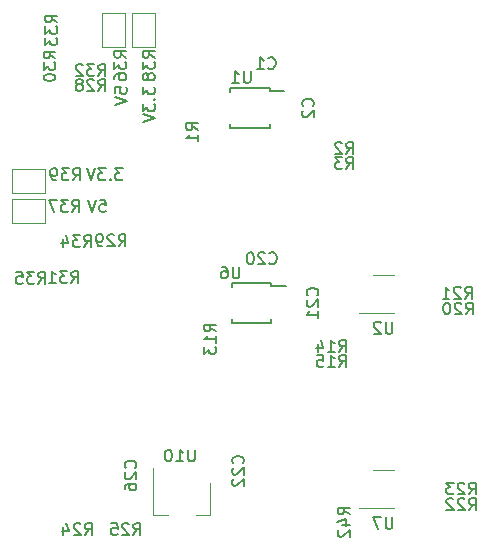
<source format=gbr>
G04 #@! TF.GenerationSoftware,KiCad,Pcbnew,(5.1.5)-3*
G04 #@! TF.CreationDate,2022-05-21T19:39:02+09:00*
G04 #@! TF.ProjectId,RP_MD,52505f4d-442e-46b6-9963-61645f706362,rev?*
G04 #@! TF.SameCoordinates,Original*
G04 #@! TF.FileFunction,Legend,Bot*
G04 #@! TF.FilePolarity,Positive*
%FSLAX46Y46*%
G04 Gerber Fmt 4.6, Leading zero omitted, Abs format (unit mm)*
G04 Created by KiCad (PCBNEW (5.1.5)-3) date 2022-05-21 19:39:02*
%MOMM*%
%LPD*%
G04 APERTURE LIST*
%ADD10C,0.150000*%
%ADD11C,0.120000*%
G04 APERTURE END LIST*
D10*
X120776976Y-70762880D02*
X121253166Y-70762880D01*
X121300785Y-71239071D01*
X121253166Y-71191452D01*
X121157928Y-71143833D01*
X120919833Y-71143833D01*
X120824595Y-71191452D01*
X120776976Y-71239071D01*
X120729357Y-71334309D01*
X120729357Y-71572404D01*
X120776976Y-71667642D01*
X120824595Y-71715261D01*
X120919833Y-71762880D01*
X121157928Y-71762880D01*
X121253166Y-71715261D01*
X121300785Y-71667642D01*
X120443642Y-70762880D02*
X120110309Y-71762880D01*
X119776976Y-70762880D01*
X122697690Y-68095880D02*
X122078642Y-68095880D01*
X122411976Y-68476833D01*
X122269119Y-68476833D01*
X122173880Y-68524452D01*
X122126261Y-68572071D01*
X122078642Y-68667309D01*
X122078642Y-68905404D01*
X122126261Y-69000642D01*
X122173880Y-69048261D01*
X122269119Y-69095880D01*
X122554833Y-69095880D01*
X122650071Y-69048261D01*
X122697690Y-69000642D01*
X121650071Y-69000642D02*
X121602452Y-69048261D01*
X121650071Y-69095880D01*
X121697690Y-69048261D01*
X121650071Y-69000642D01*
X121650071Y-69095880D01*
X121269119Y-68095880D02*
X120650071Y-68095880D01*
X120983404Y-68476833D01*
X120840547Y-68476833D01*
X120745309Y-68524452D01*
X120697690Y-68572071D01*
X120650071Y-68667309D01*
X120650071Y-68905404D01*
X120697690Y-69000642D01*
X120745309Y-69048261D01*
X120840547Y-69095880D01*
X121126261Y-69095880D01*
X121221500Y-69048261D01*
X121269119Y-69000642D01*
X120364357Y-68095880D02*
X120031023Y-69095880D01*
X119697690Y-68095880D01*
X122070880Y-61722023D02*
X122070880Y-61245833D01*
X122547071Y-61198214D01*
X122499452Y-61245833D01*
X122451833Y-61341071D01*
X122451833Y-61579166D01*
X122499452Y-61674404D01*
X122547071Y-61722023D01*
X122642309Y-61769642D01*
X122880404Y-61769642D01*
X122975642Y-61722023D01*
X123023261Y-61674404D01*
X123070880Y-61579166D01*
X123070880Y-61341071D01*
X123023261Y-61245833D01*
X122975642Y-61198214D01*
X122070880Y-62055357D02*
X123070880Y-62388690D01*
X122070880Y-62722023D01*
X124420380Y-61198309D02*
X124420380Y-61817357D01*
X124801333Y-61484023D01*
X124801333Y-61626880D01*
X124848952Y-61722119D01*
X124896571Y-61769738D01*
X124991809Y-61817357D01*
X125229904Y-61817357D01*
X125325142Y-61769738D01*
X125372761Y-61722119D01*
X125420380Y-61626880D01*
X125420380Y-61341166D01*
X125372761Y-61245928D01*
X125325142Y-61198309D01*
X125325142Y-62245928D02*
X125372761Y-62293547D01*
X125420380Y-62245928D01*
X125372761Y-62198309D01*
X125325142Y-62245928D01*
X125420380Y-62245928D01*
X124420380Y-62626880D02*
X124420380Y-63245928D01*
X124801333Y-62912595D01*
X124801333Y-63055452D01*
X124848952Y-63150690D01*
X124896571Y-63198309D01*
X124991809Y-63245928D01*
X125229904Y-63245928D01*
X125325142Y-63198309D01*
X125372761Y-63150690D01*
X125420380Y-63055452D01*
X125420380Y-62769738D01*
X125372761Y-62674500D01*
X125325142Y-62626880D01*
X124420380Y-63531642D02*
X125420380Y-63864976D01*
X124420380Y-64198309D01*
D11*
X125320000Y-97474500D02*
X126520000Y-97474500D01*
X125320000Y-93474500D02*
X125320000Y-97474500D01*
X130120000Y-97474500D02*
X130120000Y-94774500D01*
X128920000Y-97474500D02*
X130120000Y-97474500D01*
X116170000Y-68160000D02*
X113370000Y-68160000D01*
X113370000Y-68160000D02*
X113370000Y-70160000D01*
X113370000Y-70160000D02*
X116170000Y-70160000D01*
X116170000Y-70160000D02*
X116170000Y-68160000D01*
X125460000Y-57780000D02*
X125460000Y-54980000D01*
X125460000Y-54980000D02*
X123460000Y-54980000D01*
X123460000Y-54980000D02*
X123460000Y-57780000D01*
X123460000Y-57780000D02*
X125460000Y-57780000D01*
X116170000Y-70700000D02*
X113370000Y-70700000D01*
X113370000Y-70700000D02*
X113370000Y-72700000D01*
X113370000Y-72700000D02*
X116170000Y-72700000D01*
X116170000Y-72700000D02*
X116170000Y-70700000D01*
X122920000Y-57780000D02*
X122920000Y-54980000D01*
X122920000Y-54980000D02*
X120920000Y-54980000D01*
X120920000Y-54980000D02*
X120920000Y-57780000D01*
X120920000Y-57780000D02*
X122920000Y-57780000D01*
D10*
X135152000Y-61317000D02*
X135152000Y-61542000D01*
X131802000Y-61317000D02*
X131802000Y-61617000D01*
X131802000Y-64667000D02*
X131802000Y-64367000D01*
X135152000Y-64667000D02*
X135152000Y-64367000D01*
X135152000Y-61317000D02*
X131802000Y-61317000D01*
X135152000Y-64667000D02*
X131802000Y-64667000D01*
X135152000Y-61542000D02*
X136377000Y-61542000D01*
X135279000Y-78052000D02*
X136504000Y-78052000D01*
X135279000Y-81177000D02*
X131929000Y-81177000D01*
X135279000Y-77827000D02*
X131929000Y-77827000D01*
X135279000Y-81177000D02*
X135279000Y-80877000D01*
X131929000Y-81177000D02*
X131929000Y-80877000D01*
X131929000Y-77827000D02*
X131929000Y-78127000D01*
X135279000Y-77827000D02*
X135279000Y-78052000D01*
D11*
X145680000Y-80350000D02*
X142730000Y-80350000D01*
X143880000Y-77130000D02*
X145680000Y-77130000D01*
X143880000Y-93640000D02*
X145680000Y-93640000D01*
X145680000Y-96860000D02*
X142730000Y-96860000D01*
D10*
X128809595Y-91908380D02*
X128809595Y-92717904D01*
X128761976Y-92813142D01*
X128714357Y-92860761D01*
X128619119Y-92908380D01*
X128428642Y-92908380D01*
X128333404Y-92860761D01*
X128285785Y-92813142D01*
X128238166Y-92717904D01*
X128238166Y-91908380D01*
X127238166Y-92908380D02*
X127809595Y-92908380D01*
X127523880Y-92908380D02*
X127523880Y-91908380D01*
X127619119Y-92051238D01*
X127714357Y-92146476D01*
X127809595Y-92194095D01*
X126619119Y-91908380D02*
X126523880Y-91908380D01*
X126428642Y-91956000D01*
X126381023Y-92003619D01*
X126333404Y-92098857D01*
X126285785Y-92289333D01*
X126285785Y-92527428D01*
X126333404Y-92717904D01*
X126381023Y-92813142D01*
X126428642Y-92860761D01*
X126523880Y-92908380D01*
X126619119Y-92908380D01*
X126714357Y-92860761D01*
X126761976Y-92813142D01*
X126809595Y-92717904D01*
X126857214Y-92527428D01*
X126857214Y-92289333D01*
X126809595Y-92098857D01*
X126761976Y-92003619D01*
X126714357Y-91956000D01*
X126619119Y-91908380D01*
X123774142Y-93464142D02*
X123821761Y-93416523D01*
X123869380Y-93273666D01*
X123869380Y-93178428D01*
X123821761Y-93035571D01*
X123726523Y-92940333D01*
X123631285Y-92892714D01*
X123440809Y-92845095D01*
X123297952Y-92845095D01*
X123107476Y-92892714D01*
X123012238Y-92940333D01*
X122917000Y-93035571D01*
X122869380Y-93178428D01*
X122869380Y-93273666D01*
X122917000Y-93416523D01*
X122964619Y-93464142D01*
X122964619Y-93845095D02*
X122917000Y-93892714D01*
X122869380Y-93987952D01*
X122869380Y-94226047D01*
X122917000Y-94321285D01*
X122964619Y-94368904D01*
X123059857Y-94416523D01*
X123155095Y-94416523D01*
X123297952Y-94368904D01*
X123869380Y-93797476D01*
X123869380Y-94416523D01*
X122869380Y-95273666D02*
X122869380Y-95083190D01*
X122917000Y-94987952D01*
X122964619Y-94940333D01*
X123107476Y-94845095D01*
X123297952Y-94797476D01*
X123678904Y-94797476D01*
X123774142Y-94845095D01*
X123821761Y-94892714D01*
X123869380Y-94987952D01*
X123869380Y-95178428D01*
X123821761Y-95273666D01*
X123774142Y-95321285D01*
X123678904Y-95368904D01*
X123440809Y-95368904D01*
X123345571Y-95321285D01*
X123297952Y-95273666D01*
X123250333Y-95178428D01*
X123250333Y-94987952D01*
X123297952Y-94892714D01*
X123345571Y-94845095D01*
X123440809Y-94797476D01*
X132881642Y-93083142D02*
X132929261Y-93035523D01*
X132976880Y-92892666D01*
X132976880Y-92797428D01*
X132929261Y-92654571D01*
X132834023Y-92559333D01*
X132738785Y-92511714D01*
X132548309Y-92464095D01*
X132405452Y-92464095D01*
X132214976Y-92511714D01*
X132119738Y-92559333D01*
X132024500Y-92654571D01*
X131976880Y-92797428D01*
X131976880Y-92892666D01*
X132024500Y-93035523D01*
X132072119Y-93083142D01*
X132072119Y-93464095D02*
X132024500Y-93511714D01*
X131976880Y-93606952D01*
X131976880Y-93845047D01*
X132024500Y-93940285D01*
X132072119Y-93987904D01*
X132167357Y-94035523D01*
X132262595Y-94035523D01*
X132405452Y-93987904D01*
X132976880Y-93416476D01*
X132976880Y-94035523D01*
X132072119Y-94416476D02*
X132024500Y-94464095D01*
X131976880Y-94559333D01*
X131976880Y-94797428D01*
X132024500Y-94892666D01*
X132072119Y-94940285D01*
X132167357Y-94987904D01*
X132262595Y-94987904D01*
X132405452Y-94940285D01*
X132976880Y-94368857D01*
X132976880Y-94987904D01*
X141041357Y-84907380D02*
X141374690Y-84431190D01*
X141612785Y-84907380D02*
X141612785Y-83907380D01*
X141231833Y-83907380D01*
X141136595Y-83955000D01*
X141088976Y-84002619D01*
X141041357Y-84097857D01*
X141041357Y-84240714D01*
X141088976Y-84335952D01*
X141136595Y-84383571D01*
X141231833Y-84431190D01*
X141612785Y-84431190D01*
X140088976Y-84907380D02*
X140660404Y-84907380D01*
X140374690Y-84907380D02*
X140374690Y-83907380D01*
X140469928Y-84050238D01*
X140565166Y-84145476D01*
X140660404Y-84193095D01*
X139184214Y-83907380D02*
X139660404Y-83907380D01*
X139708023Y-84383571D01*
X139660404Y-84335952D01*
X139565166Y-84288333D01*
X139327071Y-84288333D01*
X139231833Y-84335952D01*
X139184214Y-84383571D01*
X139136595Y-84478809D01*
X139136595Y-84716904D01*
X139184214Y-84812142D01*
X139231833Y-84859761D01*
X139327071Y-84907380D01*
X139565166Y-84907380D01*
X139660404Y-84859761D01*
X139708023Y-84812142D01*
X118498857Y-69095880D02*
X118832190Y-68619690D01*
X119070285Y-69095880D02*
X119070285Y-68095880D01*
X118689333Y-68095880D01*
X118594095Y-68143500D01*
X118546476Y-68191119D01*
X118498857Y-68286357D01*
X118498857Y-68429214D01*
X118546476Y-68524452D01*
X118594095Y-68572071D01*
X118689333Y-68619690D01*
X119070285Y-68619690D01*
X118165523Y-68095880D02*
X117546476Y-68095880D01*
X117879809Y-68476833D01*
X117736952Y-68476833D01*
X117641714Y-68524452D01*
X117594095Y-68572071D01*
X117546476Y-68667309D01*
X117546476Y-68905404D01*
X117594095Y-69000642D01*
X117641714Y-69048261D01*
X117736952Y-69095880D01*
X118022666Y-69095880D01*
X118117904Y-69048261D01*
X118165523Y-69000642D01*
X117070285Y-69095880D02*
X116879809Y-69095880D01*
X116784571Y-69048261D01*
X116736952Y-69000642D01*
X116641714Y-68857785D01*
X116594095Y-68667309D01*
X116594095Y-68286357D01*
X116641714Y-68191119D01*
X116689333Y-68143500D01*
X116784571Y-68095880D01*
X116975047Y-68095880D01*
X117070285Y-68143500D01*
X117117904Y-68191119D01*
X117165523Y-68286357D01*
X117165523Y-68524452D01*
X117117904Y-68619690D01*
X117070285Y-68667309D01*
X116975047Y-68714928D01*
X116784571Y-68714928D01*
X116689333Y-68667309D01*
X116641714Y-68619690D01*
X116594095Y-68524452D01*
X125420380Y-58729642D02*
X124944190Y-58396309D01*
X125420380Y-58158214D02*
X124420380Y-58158214D01*
X124420380Y-58539166D01*
X124468000Y-58634404D01*
X124515619Y-58682023D01*
X124610857Y-58729642D01*
X124753714Y-58729642D01*
X124848952Y-58682023D01*
X124896571Y-58634404D01*
X124944190Y-58539166D01*
X124944190Y-58158214D01*
X124420380Y-59062976D02*
X124420380Y-59682023D01*
X124801333Y-59348690D01*
X124801333Y-59491547D01*
X124848952Y-59586785D01*
X124896571Y-59634404D01*
X124991809Y-59682023D01*
X125229904Y-59682023D01*
X125325142Y-59634404D01*
X125372761Y-59586785D01*
X125420380Y-59491547D01*
X125420380Y-59205833D01*
X125372761Y-59110595D01*
X125325142Y-59062976D01*
X124848952Y-60253452D02*
X124801333Y-60158214D01*
X124753714Y-60110595D01*
X124658476Y-60062976D01*
X124610857Y-60062976D01*
X124515619Y-60110595D01*
X124468000Y-60158214D01*
X124420380Y-60253452D01*
X124420380Y-60443928D01*
X124468000Y-60539166D01*
X124515619Y-60586785D01*
X124610857Y-60634404D01*
X124658476Y-60634404D01*
X124753714Y-60586785D01*
X124801333Y-60539166D01*
X124848952Y-60443928D01*
X124848952Y-60253452D01*
X124896571Y-60158214D01*
X124944190Y-60110595D01*
X125039428Y-60062976D01*
X125229904Y-60062976D01*
X125325142Y-60110595D01*
X125372761Y-60158214D01*
X125420380Y-60253452D01*
X125420380Y-60443928D01*
X125372761Y-60539166D01*
X125325142Y-60586785D01*
X125229904Y-60634404D01*
X125039428Y-60634404D01*
X124944190Y-60586785D01*
X124896571Y-60539166D01*
X124848952Y-60443928D01*
X118435357Y-71762880D02*
X118768690Y-71286690D01*
X119006785Y-71762880D02*
X119006785Y-70762880D01*
X118625833Y-70762880D01*
X118530595Y-70810500D01*
X118482976Y-70858119D01*
X118435357Y-70953357D01*
X118435357Y-71096214D01*
X118482976Y-71191452D01*
X118530595Y-71239071D01*
X118625833Y-71286690D01*
X119006785Y-71286690D01*
X118102023Y-70762880D02*
X117482976Y-70762880D01*
X117816309Y-71143833D01*
X117673452Y-71143833D01*
X117578214Y-71191452D01*
X117530595Y-71239071D01*
X117482976Y-71334309D01*
X117482976Y-71572404D01*
X117530595Y-71667642D01*
X117578214Y-71715261D01*
X117673452Y-71762880D01*
X117959166Y-71762880D01*
X118054404Y-71715261D01*
X118102023Y-71667642D01*
X117149642Y-70762880D02*
X116482976Y-70762880D01*
X116911547Y-71762880D01*
X123007380Y-58729642D02*
X122531190Y-58396309D01*
X123007380Y-58158214D02*
X122007380Y-58158214D01*
X122007380Y-58539166D01*
X122055000Y-58634404D01*
X122102619Y-58682023D01*
X122197857Y-58729642D01*
X122340714Y-58729642D01*
X122435952Y-58682023D01*
X122483571Y-58634404D01*
X122531190Y-58539166D01*
X122531190Y-58158214D01*
X122007380Y-59062976D02*
X122007380Y-59682023D01*
X122388333Y-59348690D01*
X122388333Y-59491547D01*
X122435952Y-59586785D01*
X122483571Y-59634404D01*
X122578809Y-59682023D01*
X122816904Y-59682023D01*
X122912142Y-59634404D01*
X122959761Y-59586785D01*
X123007380Y-59491547D01*
X123007380Y-59205833D01*
X122959761Y-59110595D01*
X122912142Y-59062976D01*
X122007380Y-60539166D02*
X122007380Y-60348690D01*
X122055000Y-60253452D01*
X122102619Y-60205833D01*
X122245476Y-60110595D01*
X122435952Y-60062976D01*
X122816904Y-60062976D01*
X122912142Y-60110595D01*
X122959761Y-60158214D01*
X123007380Y-60253452D01*
X123007380Y-60443928D01*
X122959761Y-60539166D01*
X122912142Y-60586785D01*
X122816904Y-60634404D01*
X122578809Y-60634404D01*
X122483571Y-60586785D01*
X122435952Y-60539166D01*
X122388333Y-60443928D01*
X122388333Y-60253452D01*
X122435952Y-60158214D01*
X122483571Y-60110595D01*
X122578809Y-60062976D01*
X115577857Y-77858880D02*
X115911190Y-77382690D01*
X116149285Y-77858880D02*
X116149285Y-76858880D01*
X115768333Y-76858880D01*
X115673095Y-76906500D01*
X115625476Y-76954119D01*
X115577857Y-77049357D01*
X115577857Y-77192214D01*
X115625476Y-77287452D01*
X115673095Y-77335071D01*
X115768333Y-77382690D01*
X116149285Y-77382690D01*
X115244523Y-76858880D02*
X114625476Y-76858880D01*
X114958809Y-77239833D01*
X114815952Y-77239833D01*
X114720714Y-77287452D01*
X114673095Y-77335071D01*
X114625476Y-77430309D01*
X114625476Y-77668404D01*
X114673095Y-77763642D01*
X114720714Y-77811261D01*
X114815952Y-77858880D01*
X115101666Y-77858880D01*
X115196904Y-77811261D01*
X115244523Y-77763642D01*
X113720714Y-76858880D02*
X114196904Y-76858880D01*
X114244523Y-77335071D01*
X114196904Y-77287452D01*
X114101666Y-77239833D01*
X113863571Y-77239833D01*
X113768333Y-77287452D01*
X113720714Y-77335071D01*
X113673095Y-77430309D01*
X113673095Y-77668404D01*
X113720714Y-77763642D01*
X113768333Y-77811261D01*
X113863571Y-77858880D01*
X114101666Y-77858880D01*
X114196904Y-77811261D01*
X114244523Y-77763642D01*
X119451357Y-74747380D02*
X119784690Y-74271190D01*
X120022785Y-74747380D02*
X120022785Y-73747380D01*
X119641833Y-73747380D01*
X119546595Y-73795000D01*
X119498976Y-73842619D01*
X119451357Y-73937857D01*
X119451357Y-74080714D01*
X119498976Y-74175952D01*
X119546595Y-74223571D01*
X119641833Y-74271190D01*
X120022785Y-74271190D01*
X119118023Y-73747380D02*
X118498976Y-73747380D01*
X118832309Y-74128333D01*
X118689452Y-74128333D01*
X118594214Y-74175952D01*
X118546595Y-74223571D01*
X118498976Y-74318809D01*
X118498976Y-74556904D01*
X118546595Y-74652142D01*
X118594214Y-74699761D01*
X118689452Y-74747380D01*
X118975166Y-74747380D01*
X119070404Y-74699761D01*
X119118023Y-74652142D01*
X117641833Y-74080714D02*
X117641833Y-74747380D01*
X117879928Y-73699761D02*
X118118023Y-74414047D01*
X117498976Y-74414047D01*
X117165380Y-55745142D02*
X116689190Y-55411809D01*
X117165380Y-55173714D02*
X116165380Y-55173714D01*
X116165380Y-55554666D01*
X116213000Y-55649904D01*
X116260619Y-55697523D01*
X116355857Y-55745142D01*
X116498714Y-55745142D01*
X116593952Y-55697523D01*
X116641571Y-55649904D01*
X116689190Y-55554666D01*
X116689190Y-55173714D01*
X116165380Y-56078476D02*
X116165380Y-56697523D01*
X116546333Y-56364190D01*
X116546333Y-56507047D01*
X116593952Y-56602285D01*
X116641571Y-56649904D01*
X116736809Y-56697523D01*
X116974904Y-56697523D01*
X117070142Y-56649904D01*
X117117761Y-56602285D01*
X117165380Y-56507047D01*
X117165380Y-56221333D01*
X117117761Y-56126095D01*
X117070142Y-56078476D01*
X116165380Y-57030857D02*
X116165380Y-57649904D01*
X116546333Y-57316571D01*
X116546333Y-57459428D01*
X116593952Y-57554666D01*
X116641571Y-57602285D01*
X116736809Y-57649904D01*
X116974904Y-57649904D01*
X117070142Y-57602285D01*
X117117761Y-57554666D01*
X117165380Y-57459428D01*
X117165380Y-57173714D01*
X117117761Y-57078476D01*
X117070142Y-57030857D01*
X120657857Y-60269380D02*
X120991190Y-59793190D01*
X121229285Y-60269380D02*
X121229285Y-59269380D01*
X120848333Y-59269380D01*
X120753095Y-59317000D01*
X120705476Y-59364619D01*
X120657857Y-59459857D01*
X120657857Y-59602714D01*
X120705476Y-59697952D01*
X120753095Y-59745571D01*
X120848333Y-59793190D01*
X121229285Y-59793190D01*
X120324523Y-59269380D02*
X119705476Y-59269380D01*
X120038809Y-59650333D01*
X119895952Y-59650333D01*
X119800714Y-59697952D01*
X119753095Y-59745571D01*
X119705476Y-59840809D01*
X119705476Y-60078904D01*
X119753095Y-60174142D01*
X119800714Y-60221761D01*
X119895952Y-60269380D01*
X120181666Y-60269380D01*
X120276904Y-60221761D01*
X120324523Y-60174142D01*
X119324523Y-59364619D02*
X119276904Y-59317000D01*
X119181666Y-59269380D01*
X118943571Y-59269380D01*
X118848333Y-59317000D01*
X118800714Y-59364619D01*
X118753095Y-59459857D01*
X118753095Y-59555095D01*
X118800714Y-59697952D01*
X119372142Y-60269380D01*
X118753095Y-60269380D01*
X118371857Y-77795380D02*
X118705190Y-77319190D01*
X118943285Y-77795380D02*
X118943285Y-76795380D01*
X118562333Y-76795380D01*
X118467095Y-76843000D01*
X118419476Y-76890619D01*
X118371857Y-76985857D01*
X118371857Y-77128714D01*
X118419476Y-77223952D01*
X118467095Y-77271571D01*
X118562333Y-77319190D01*
X118943285Y-77319190D01*
X118038523Y-76795380D02*
X117419476Y-76795380D01*
X117752809Y-77176333D01*
X117609952Y-77176333D01*
X117514714Y-77223952D01*
X117467095Y-77271571D01*
X117419476Y-77366809D01*
X117419476Y-77604904D01*
X117467095Y-77700142D01*
X117514714Y-77747761D01*
X117609952Y-77795380D01*
X117895666Y-77795380D01*
X117990904Y-77747761D01*
X118038523Y-77700142D01*
X116467095Y-77795380D02*
X117038523Y-77795380D01*
X116752809Y-77795380D02*
X116752809Y-76795380D01*
X116848047Y-76938238D01*
X116943285Y-77033476D01*
X117038523Y-77081095D01*
X117011380Y-58793142D02*
X116535190Y-58459809D01*
X117011380Y-58221714D02*
X116011380Y-58221714D01*
X116011380Y-58602666D01*
X116059000Y-58697904D01*
X116106619Y-58745523D01*
X116201857Y-58793142D01*
X116344714Y-58793142D01*
X116439952Y-58745523D01*
X116487571Y-58697904D01*
X116535190Y-58602666D01*
X116535190Y-58221714D01*
X116011380Y-59126476D02*
X116011380Y-59745523D01*
X116392333Y-59412190D01*
X116392333Y-59555047D01*
X116439952Y-59650285D01*
X116487571Y-59697904D01*
X116582809Y-59745523D01*
X116820904Y-59745523D01*
X116916142Y-59697904D01*
X116963761Y-59650285D01*
X117011380Y-59555047D01*
X117011380Y-59269333D01*
X116963761Y-59174095D01*
X116916142Y-59126476D01*
X116011380Y-60364571D02*
X116011380Y-60459809D01*
X116059000Y-60555047D01*
X116106619Y-60602666D01*
X116201857Y-60650285D01*
X116392333Y-60697904D01*
X116630428Y-60697904D01*
X116820904Y-60650285D01*
X116916142Y-60602666D01*
X116963761Y-60555047D01*
X117011380Y-60459809D01*
X117011380Y-60364571D01*
X116963761Y-60269333D01*
X116916142Y-60221714D01*
X116820904Y-60174095D01*
X116630428Y-60126476D01*
X116392333Y-60126476D01*
X116201857Y-60174095D01*
X116106619Y-60221714D01*
X116059000Y-60269333D01*
X116011380Y-60364571D01*
X122372357Y-74683880D02*
X122705690Y-74207690D01*
X122943785Y-74683880D02*
X122943785Y-73683880D01*
X122562833Y-73683880D01*
X122467595Y-73731500D01*
X122419976Y-73779119D01*
X122372357Y-73874357D01*
X122372357Y-74017214D01*
X122419976Y-74112452D01*
X122467595Y-74160071D01*
X122562833Y-74207690D01*
X122943785Y-74207690D01*
X121991404Y-73779119D02*
X121943785Y-73731500D01*
X121848547Y-73683880D01*
X121610452Y-73683880D01*
X121515214Y-73731500D01*
X121467595Y-73779119D01*
X121419976Y-73874357D01*
X121419976Y-73969595D01*
X121467595Y-74112452D01*
X122039023Y-74683880D01*
X121419976Y-74683880D01*
X120943785Y-74683880D02*
X120753309Y-74683880D01*
X120658071Y-74636261D01*
X120610452Y-74588642D01*
X120515214Y-74445785D01*
X120467595Y-74255309D01*
X120467595Y-73874357D01*
X120515214Y-73779119D01*
X120562833Y-73731500D01*
X120658071Y-73683880D01*
X120848547Y-73683880D01*
X120943785Y-73731500D01*
X120991404Y-73779119D01*
X121039023Y-73874357D01*
X121039023Y-74112452D01*
X120991404Y-74207690D01*
X120943785Y-74255309D01*
X120848547Y-74302928D01*
X120658071Y-74302928D01*
X120562833Y-74255309D01*
X120515214Y-74207690D01*
X120467595Y-74112452D01*
X120657857Y-61539380D02*
X120991190Y-61063190D01*
X121229285Y-61539380D02*
X121229285Y-60539380D01*
X120848333Y-60539380D01*
X120753095Y-60587000D01*
X120705476Y-60634619D01*
X120657857Y-60729857D01*
X120657857Y-60872714D01*
X120705476Y-60967952D01*
X120753095Y-61015571D01*
X120848333Y-61063190D01*
X121229285Y-61063190D01*
X120276904Y-60634619D02*
X120229285Y-60587000D01*
X120134047Y-60539380D01*
X119895952Y-60539380D01*
X119800714Y-60587000D01*
X119753095Y-60634619D01*
X119705476Y-60729857D01*
X119705476Y-60825095D01*
X119753095Y-60967952D01*
X120324523Y-61539380D01*
X119705476Y-61539380D01*
X119134047Y-60967952D02*
X119229285Y-60920333D01*
X119276904Y-60872714D01*
X119324523Y-60777476D01*
X119324523Y-60729857D01*
X119276904Y-60634619D01*
X119229285Y-60587000D01*
X119134047Y-60539380D01*
X118943571Y-60539380D01*
X118848333Y-60587000D01*
X118800714Y-60634619D01*
X118753095Y-60729857D01*
X118753095Y-60777476D01*
X118800714Y-60872714D01*
X118848333Y-60920333D01*
X118943571Y-60967952D01*
X119134047Y-60967952D01*
X119229285Y-61015571D01*
X119276904Y-61063190D01*
X119324523Y-61158428D01*
X119324523Y-61348904D01*
X119276904Y-61444142D01*
X119229285Y-61491761D01*
X119134047Y-61539380D01*
X118943571Y-61539380D01*
X118848333Y-61491761D01*
X118800714Y-61444142D01*
X118753095Y-61348904D01*
X118753095Y-61158428D01*
X118800714Y-61063190D01*
X118848333Y-61015571D01*
X118943571Y-60967952D01*
X123617857Y-99142380D02*
X123951190Y-98666190D01*
X124189285Y-99142380D02*
X124189285Y-98142380D01*
X123808333Y-98142380D01*
X123713095Y-98190000D01*
X123665476Y-98237619D01*
X123617857Y-98332857D01*
X123617857Y-98475714D01*
X123665476Y-98570952D01*
X123713095Y-98618571D01*
X123808333Y-98666190D01*
X124189285Y-98666190D01*
X123236904Y-98237619D02*
X123189285Y-98190000D01*
X123094047Y-98142380D01*
X122855952Y-98142380D01*
X122760714Y-98190000D01*
X122713095Y-98237619D01*
X122665476Y-98332857D01*
X122665476Y-98428095D01*
X122713095Y-98570952D01*
X123284523Y-99142380D01*
X122665476Y-99142380D01*
X121760714Y-98142380D02*
X122236904Y-98142380D01*
X122284523Y-98618571D01*
X122236904Y-98570952D01*
X122141666Y-98523333D01*
X121903571Y-98523333D01*
X121808333Y-98570952D01*
X121760714Y-98618571D01*
X121713095Y-98713809D01*
X121713095Y-98951904D01*
X121760714Y-99047142D01*
X121808333Y-99094761D01*
X121903571Y-99142380D01*
X122141666Y-99142380D01*
X122236904Y-99094761D01*
X122284523Y-99047142D01*
X119507857Y-99142380D02*
X119841190Y-98666190D01*
X120079285Y-99142380D02*
X120079285Y-98142380D01*
X119698333Y-98142380D01*
X119603095Y-98190000D01*
X119555476Y-98237619D01*
X119507857Y-98332857D01*
X119507857Y-98475714D01*
X119555476Y-98570952D01*
X119603095Y-98618571D01*
X119698333Y-98666190D01*
X120079285Y-98666190D01*
X119126904Y-98237619D02*
X119079285Y-98190000D01*
X118984047Y-98142380D01*
X118745952Y-98142380D01*
X118650714Y-98190000D01*
X118603095Y-98237619D01*
X118555476Y-98332857D01*
X118555476Y-98428095D01*
X118603095Y-98570952D01*
X119174523Y-99142380D01*
X118555476Y-99142380D01*
X117698333Y-98475714D02*
X117698333Y-99142380D01*
X117936428Y-98094761D02*
X118174523Y-98809047D01*
X117555476Y-98809047D01*
X135040666Y-59602642D02*
X135088285Y-59650261D01*
X135231142Y-59697880D01*
X135326380Y-59697880D01*
X135469238Y-59650261D01*
X135564476Y-59555023D01*
X135612095Y-59459785D01*
X135659714Y-59269309D01*
X135659714Y-59126452D01*
X135612095Y-58935976D01*
X135564476Y-58840738D01*
X135469238Y-58745500D01*
X135326380Y-58697880D01*
X135231142Y-58697880D01*
X135088285Y-58745500D01*
X135040666Y-58793119D01*
X134088285Y-59697880D02*
X134659714Y-59697880D01*
X134374000Y-59697880D02*
X134374000Y-58697880D01*
X134469238Y-58840738D01*
X134564476Y-58935976D01*
X134659714Y-58983595D01*
X138814142Y-62825333D02*
X138861761Y-62777714D01*
X138909380Y-62634857D01*
X138909380Y-62539619D01*
X138861761Y-62396761D01*
X138766523Y-62301523D01*
X138671285Y-62253904D01*
X138480809Y-62206285D01*
X138337952Y-62206285D01*
X138147476Y-62253904D01*
X138052238Y-62301523D01*
X137957000Y-62396761D01*
X137909380Y-62539619D01*
X137909380Y-62634857D01*
X137957000Y-62777714D01*
X138004619Y-62825333D01*
X138004619Y-63206285D02*
X137957000Y-63253904D01*
X137909380Y-63349142D01*
X137909380Y-63587238D01*
X137957000Y-63682476D01*
X138004619Y-63730095D01*
X138099857Y-63777714D01*
X138195095Y-63777714D01*
X138337952Y-63730095D01*
X138909380Y-63158666D01*
X138909380Y-63777714D01*
X135135857Y-76112642D02*
X135183476Y-76160261D01*
X135326333Y-76207880D01*
X135421571Y-76207880D01*
X135564428Y-76160261D01*
X135659666Y-76065023D01*
X135707285Y-75969785D01*
X135754904Y-75779309D01*
X135754904Y-75636452D01*
X135707285Y-75445976D01*
X135659666Y-75350738D01*
X135564428Y-75255500D01*
X135421571Y-75207880D01*
X135326333Y-75207880D01*
X135183476Y-75255500D01*
X135135857Y-75303119D01*
X134754904Y-75303119D02*
X134707285Y-75255500D01*
X134612047Y-75207880D01*
X134373952Y-75207880D01*
X134278714Y-75255500D01*
X134231095Y-75303119D01*
X134183476Y-75398357D01*
X134183476Y-75493595D01*
X134231095Y-75636452D01*
X134802523Y-76207880D01*
X134183476Y-76207880D01*
X133564428Y-75207880D02*
X133469190Y-75207880D01*
X133373952Y-75255500D01*
X133326333Y-75303119D01*
X133278714Y-75398357D01*
X133231095Y-75588833D01*
X133231095Y-75826928D01*
X133278714Y-76017404D01*
X133326333Y-76112642D01*
X133373952Y-76160261D01*
X133469190Y-76207880D01*
X133564428Y-76207880D01*
X133659666Y-76160261D01*
X133707285Y-76112642D01*
X133754904Y-76017404D01*
X133802523Y-75826928D01*
X133802523Y-75588833D01*
X133754904Y-75398357D01*
X133707285Y-75303119D01*
X133659666Y-75255500D01*
X133564428Y-75207880D01*
X139195142Y-78859142D02*
X139242761Y-78811523D01*
X139290380Y-78668666D01*
X139290380Y-78573428D01*
X139242761Y-78430571D01*
X139147523Y-78335333D01*
X139052285Y-78287714D01*
X138861809Y-78240095D01*
X138718952Y-78240095D01*
X138528476Y-78287714D01*
X138433238Y-78335333D01*
X138338000Y-78430571D01*
X138290380Y-78573428D01*
X138290380Y-78668666D01*
X138338000Y-78811523D01*
X138385619Y-78859142D01*
X138385619Y-79240095D02*
X138338000Y-79287714D01*
X138290380Y-79382952D01*
X138290380Y-79621047D01*
X138338000Y-79716285D01*
X138385619Y-79763904D01*
X138480857Y-79811523D01*
X138576095Y-79811523D01*
X138718952Y-79763904D01*
X139290380Y-79192476D01*
X139290380Y-79811523D01*
X139290380Y-80763904D02*
X139290380Y-80192476D01*
X139290380Y-80478190D02*
X138290380Y-80478190D01*
X138433238Y-80382952D01*
X138528476Y-80287714D01*
X138576095Y-80192476D01*
X129076380Y-64857333D02*
X128600190Y-64524000D01*
X129076380Y-64285904D02*
X128076380Y-64285904D01*
X128076380Y-64666857D01*
X128124000Y-64762095D01*
X128171619Y-64809714D01*
X128266857Y-64857333D01*
X128409714Y-64857333D01*
X128504952Y-64809714D01*
X128552571Y-64762095D01*
X128600190Y-64666857D01*
X128600190Y-64285904D01*
X129076380Y-65809714D02*
X129076380Y-65238285D01*
X129076380Y-65524000D02*
X128076380Y-65524000D01*
X128219238Y-65428761D01*
X128314476Y-65333523D01*
X128362095Y-65238285D01*
X141644666Y-66873380D02*
X141978000Y-66397190D01*
X142216095Y-66873380D02*
X142216095Y-65873380D01*
X141835142Y-65873380D01*
X141739904Y-65921000D01*
X141692285Y-65968619D01*
X141644666Y-66063857D01*
X141644666Y-66206714D01*
X141692285Y-66301952D01*
X141739904Y-66349571D01*
X141835142Y-66397190D01*
X142216095Y-66397190D01*
X141263714Y-65968619D02*
X141216095Y-65921000D01*
X141120857Y-65873380D01*
X140882761Y-65873380D01*
X140787523Y-65921000D01*
X140739904Y-65968619D01*
X140692285Y-66063857D01*
X140692285Y-66159095D01*
X140739904Y-66301952D01*
X141311333Y-66873380D01*
X140692285Y-66873380D01*
X141644666Y-68143380D02*
X141978000Y-67667190D01*
X142216095Y-68143380D02*
X142216095Y-67143380D01*
X141835142Y-67143380D01*
X141739904Y-67191000D01*
X141692285Y-67238619D01*
X141644666Y-67333857D01*
X141644666Y-67476714D01*
X141692285Y-67571952D01*
X141739904Y-67619571D01*
X141835142Y-67667190D01*
X142216095Y-67667190D01*
X141311333Y-67143380D02*
X140692285Y-67143380D01*
X141025619Y-67524333D01*
X140882761Y-67524333D01*
X140787523Y-67571952D01*
X140739904Y-67619571D01*
X140692285Y-67714809D01*
X140692285Y-67952904D01*
X140739904Y-68048142D01*
X140787523Y-68095761D01*
X140882761Y-68143380D01*
X141168476Y-68143380D01*
X141263714Y-68095761D01*
X141311333Y-68048142D01*
X130600380Y-81907142D02*
X130124190Y-81573809D01*
X130600380Y-81335714D02*
X129600380Y-81335714D01*
X129600380Y-81716666D01*
X129648000Y-81811904D01*
X129695619Y-81859523D01*
X129790857Y-81907142D01*
X129933714Y-81907142D01*
X130028952Y-81859523D01*
X130076571Y-81811904D01*
X130124190Y-81716666D01*
X130124190Y-81335714D01*
X130600380Y-82859523D02*
X130600380Y-82288095D01*
X130600380Y-82573809D02*
X129600380Y-82573809D01*
X129743238Y-82478571D01*
X129838476Y-82383333D01*
X129886095Y-82288095D01*
X129600380Y-83192857D02*
X129600380Y-83811904D01*
X129981333Y-83478571D01*
X129981333Y-83621428D01*
X130028952Y-83716666D01*
X130076571Y-83764285D01*
X130171809Y-83811904D01*
X130409904Y-83811904D01*
X130505142Y-83764285D01*
X130552761Y-83716666D01*
X130600380Y-83621428D01*
X130600380Y-83335714D01*
X130552761Y-83240476D01*
X130505142Y-83192857D01*
X141041357Y-83637380D02*
X141374690Y-83161190D01*
X141612785Y-83637380D02*
X141612785Y-82637380D01*
X141231833Y-82637380D01*
X141136595Y-82685000D01*
X141088976Y-82732619D01*
X141041357Y-82827857D01*
X141041357Y-82970714D01*
X141088976Y-83065952D01*
X141136595Y-83113571D01*
X141231833Y-83161190D01*
X141612785Y-83161190D01*
X140088976Y-83637380D02*
X140660404Y-83637380D01*
X140374690Y-83637380D02*
X140374690Y-82637380D01*
X140469928Y-82780238D01*
X140565166Y-82875476D01*
X140660404Y-82923095D01*
X139231833Y-82970714D02*
X139231833Y-83637380D01*
X139469928Y-82589761D02*
X139708023Y-83304047D01*
X139088976Y-83304047D01*
X133540404Y-59844380D02*
X133540404Y-60653904D01*
X133492785Y-60749142D01*
X133445166Y-60796761D01*
X133349928Y-60844380D01*
X133159452Y-60844380D01*
X133064214Y-60796761D01*
X133016595Y-60749142D01*
X132968976Y-60653904D01*
X132968976Y-59844380D01*
X131968976Y-60844380D02*
X132540404Y-60844380D01*
X132254690Y-60844380D02*
X132254690Y-59844380D01*
X132349928Y-59987238D01*
X132445166Y-60082476D01*
X132540404Y-60130095D01*
X132587904Y-76414380D02*
X132587904Y-77223904D01*
X132540285Y-77319142D01*
X132492666Y-77366761D01*
X132397428Y-77414380D01*
X132206952Y-77414380D01*
X132111714Y-77366761D01*
X132064095Y-77319142D01*
X132016476Y-77223904D01*
X132016476Y-76414380D01*
X131111714Y-76414380D02*
X131302190Y-76414380D01*
X131397428Y-76462000D01*
X131445047Y-76509619D01*
X131540285Y-76652476D01*
X131587904Y-76842952D01*
X131587904Y-77223904D01*
X131540285Y-77319142D01*
X131492666Y-77366761D01*
X131397428Y-77414380D01*
X131206952Y-77414380D01*
X131111714Y-77366761D01*
X131064095Y-77319142D01*
X131016476Y-77223904D01*
X131016476Y-76985809D01*
X131064095Y-76890571D01*
X131111714Y-76842952D01*
X131206952Y-76795333D01*
X131397428Y-76795333D01*
X131492666Y-76842952D01*
X131540285Y-76890571D01*
X131587904Y-76985809D01*
X151772857Y-80462380D02*
X152106190Y-79986190D01*
X152344285Y-80462380D02*
X152344285Y-79462380D01*
X151963333Y-79462380D01*
X151868095Y-79510000D01*
X151820476Y-79557619D01*
X151772857Y-79652857D01*
X151772857Y-79795714D01*
X151820476Y-79890952D01*
X151868095Y-79938571D01*
X151963333Y-79986190D01*
X152344285Y-79986190D01*
X151391904Y-79557619D02*
X151344285Y-79510000D01*
X151249047Y-79462380D01*
X151010952Y-79462380D01*
X150915714Y-79510000D01*
X150868095Y-79557619D01*
X150820476Y-79652857D01*
X150820476Y-79748095D01*
X150868095Y-79890952D01*
X151439523Y-80462380D01*
X150820476Y-80462380D01*
X150201428Y-79462380D02*
X150106190Y-79462380D01*
X150010952Y-79510000D01*
X149963333Y-79557619D01*
X149915714Y-79652857D01*
X149868095Y-79843333D01*
X149868095Y-80081428D01*
X149915714Y-80271904D01*
X149963333Y-80367142D01*
X150010952Y-80414761D01*
X150106190Y-80462380D01*
X150201428Y-80462380D01*
X150296666Y-80414761D01*
X150344285Y-80367142D01*
X150391904Y-80271904D01*
X150439523Y-80081428D01*
X150439523Y-79843333D01*
X150391904Y-79652857D01*
X150344285Y-79557619D01*
X150296666Y-79510000D01*
X150201428Y-79462380D01*
X151709357Y-79128880D02*
X152042690Y-78652690D01*
X152280785Y-79128880D02*
X152280785Y-78128880D01*
X151899833Y-78128880D01*
X151804595Y-78176500D01*
X151756976Y-78224119D01*
X151709357Y-78319357D01*
X151709357Y-78462214D01*
X151756976Y-78557452D01*
X151804595Y-78605071D01*
X151899833Y-78652690D01*
X152280785Y-78652690D01*
X151328404Y-78224119D02*
X151280785Y-78176500D01*
X151185547Y-78128880D01*
X150947452Y-78128880D01*
X150852214Y-78176500D01*
X150804595Y-78224119D01*
X150756976Y-78319357D01*
X150756976Y-78414595D01*
X150804595Y-78557452D01*
X151376023Y-79128880D01*
X150756976Y-79128880D01*
X149804595Y-79128880D02*
X150376023Y-79128880D01*
X150090309Y-79128880D02*
X150090309Y-78128880D01*
X150185547Y-78271738D01*
X150280785Y-78366976D01*
X150376023Y-78414595D01*
X152026857Y-97035880D02*
X152360190Y-96559690D01*
X152598285Y-97035880D02*
X152598285Y-96035880D01*
X152217333Y-96035880D01*
X152122095Y-96083500D01*
X152074476Y-96131119D01*
X152026857Y-96226357D01*
X152026857Y-96369214D01*
X152074476Y-96464452D01*
X152122095Y-96512071D01*
X152217333Y-96559690D01*
X152598285Y-96559690D01*
X151645904Y-96131119D02*
X151598285Y-96083500D01*
X151503047Y-96035880D01*
X151264952Y-96035880D01*
X151169714Y-96083500D01*
X151122095Y-96131119D01*
X151074476Y-96226357D01*
X151074476Y-96321595D01*
X151122095Y-96464452D01*
X151693523Y-97035880D01*
X151074476Y-97035880D01*
X150693523Y-96131119D02*
X150645904Y-96083500D01*
X150550666Y-96035880D01*
X150312571Y-96035880D01*
X150217333Y-96083500D01*
X150169714Y-96131119D01*
X150122095Y-96226357D01*
X150122095Y-96321595D01*
X150169714Y-96464452D01*
X150741142Y-97035880D01*
X150122095Y-97035880D01*
X152026857Y-95702380D02*
X152360190Y-95226190D01*
X152598285Y-95702380D02*
X152598285Y-94702380D01*
X152217333Y-94702380D01*
X152122095Y-94750000D01*
X152074476Y-94797619D01*
X152026857Y-94892857D01*
X152026857Y-95035714D01*
X152074476Y-95130952D01*
X152122095Y-95178571D01*
X152217333Y-95226190D01*
X152598285Y-95226190D01*
X151645904Y-94797619D02*
X151598285Y-94750000D01*
X151503047Y-94702380D01*
X151264952Y-94702380D01*
X151169714Y-94750000D01*
X151122095Y-94797619D01*
X151074476Y-94892857D01*
X151074476Y-94988095D01*
X151122095Y-95130952D01*
X151693523Y-95702380D01*
X151074476Y-95702380D01*
X150741142Y-94702380D02*
X150122095Y-94702380D01*
X150455428Y-95083333D01*
X150312571Y-95083333D01*
X150217333Y-95130952D01*
X150169714Y-95178571D01*
X150122095Y-95273809D01*
X150122095Y-95511904D01*
X150169714Y-95607142D01*
X150217333Y-95654761D01*
X150312571Y-95702380D01*
X150598285Y-95702380D01*
X150693523Y-95654761D01*
X150741142Y-95607142D01*
X145541904Y-81092380D02*
X145541904Y-81901904D01*
X145494285Y-81997142D01*
X145446666Y-82044761D01*
X145351428Y-82092380D01*
X145160952Y-82092380D01*
X145065714Y-82044761D01*
X145018095Y-81997142D01*
X144970476Y-81901904D01*
X144970476Y-81092380D01*
X144541904Y-81187619D02*
X144494285Y-81140000D01*
X144399047Y-81092380D01*
X144160952Y-81092380D01*
X144065714Y-81140000D01*
X144018095Y-81187619D01*
X143970476Y-81282857D01*
X143970476Y-81378095D01*
X144018095Y-81520952D01*
X144589523Y-82092380D01*
X143970476Y-82092380D01*
X145541904Y-97602380D02*
X145541904Y-98411904D01*
X145494285Y-98507142D01*
X145446666Y-98554761D01*
X145351428Y-98602380D01*
X145160952Y-98602380D01*
X145065714Y-98554761D01*
X145018095Y-98507142D01*
X144970476Y-98411904D01*
X144970476Y-97602380D01*
X144589523Y-97602380D02*
X143922857Y-97602380D01*
X144351428Y-98602380D01*
X141930380Y-97401142D02*
X141454190Y-97067809D01*
X141930380Y-96829714D02*
X140930380Y-96829714D01*
X140930380Y-97210666D01*
X140978000Y-97305904D01*
X141025619Y-97353523D01*
X141120857Y-97401142D01*
X141263714Y-97401142D01*
X141358952Y-97353523D01*
X141406571Y-97305904D01*
X141454190Y-97210666D01*
X141454190Y-96829714D01*
X141263714Y-98258285D02*
X141930380Y-98258285D01*
X140882761Y-98020190D02*
X141597047Y-97782095D01*
X141597047Y-98401142D01*
X141025619Y-98734476D02*
X140978000Y-98782095D01*
X140930380Y-98877333D01*
X140930380Y-99115428D01*
X140978000Y-99210666D01*
X141025619Y-99258285D01*
X141120857Y-99305904D01*
X141216095Y-99305904D01*
X141358952Y-99258285D01*
X141930380Y-98686857D01*
X141930380Y-99305904D01*
M02*

</source>
